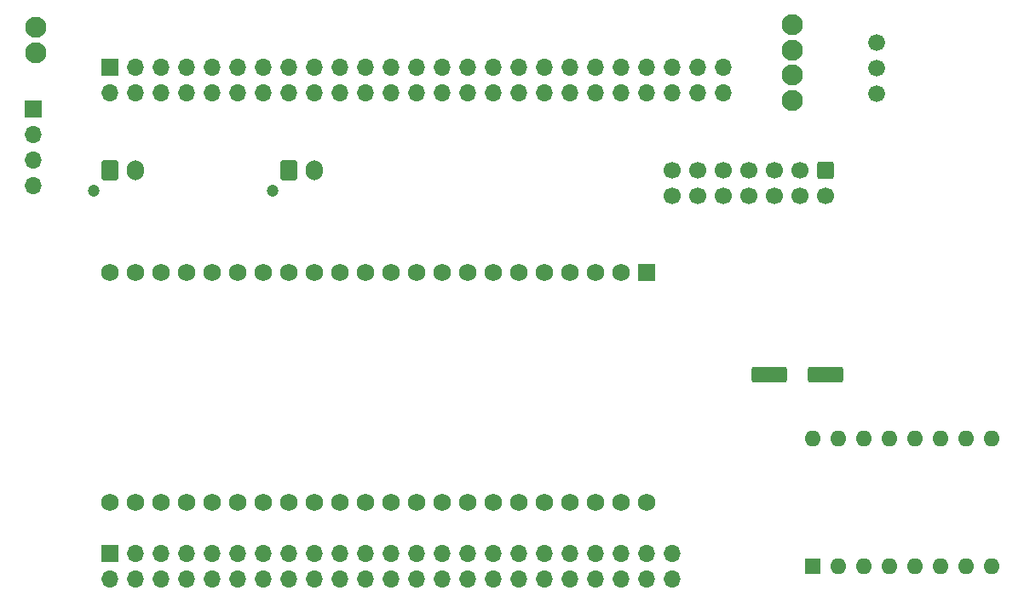
<source format=gbr>
%TF.GenerationSoftware,KiCad,Pcbnew,8.0.5*%
%TF.CreationDate,2024-10-09T10:19:28-04:00*%
%TF.ProjectId,Scout_Board,53636f75-745f-4426-9f61-72642e6b6963,rev?*%
%TF.SameCoordinates,Original*%
%TF.FileFunction,Soldermask,Top*%
%TF.FilePolarity,Negative*%
%FSLAX46Y46*%
G04 Gerber Fmt 4.6, Leading zero omitted, Abs format (unit mm)*
G04 Created by KiCad (PCBNEW 8.0.5) date 2024-10-09 10:19:28*
%MOMM*%
%LPD*%
G01*
G04 APERTURE LIST*
G04 Aperture macros list*
%AMRoundRect*
0 Rectangle with rounded corners*
0 $1 Rounding radius*
0 $2 $3 $4 $5 $6 $7 $8 $9 X,Y pos of 4 corners*
0 Add a 4 corners polygon primitive as box body*
4,1,4,$2,$3,$4,$5,$6,$7,$8,$9,$2,$3,0*
0 Add four circle primitives for the rounded corners*
1,1,$1+$1,$2,$3*
1,1,$1+$1,$4,$5*
1,1,$1+$1,$6,$7*
1,1,$1+$1,$8,$9*
0 Add four rect primitives between the rounded corners*
20,1,$1+$1,$2,$3,$4,$5,0*
20,1,$1+$1,$4,$5,$6,$7,0*
20,1,$1+$1,$6,$7,$8,$9,0*
20,1,$1+$1,$8,$9,$2,$3,0*%
G04 Aperture macros list end*
%ADD10R,1.700000X1.700000*%
%ADD11O,1.700000X1.700000*%
%ADD12RoundRect,0.250000X-0.600000X0.600000X-0.600000X-0.600000X0.600000X-0.600000X0.600000X0.600000X0*%
%ADD13C,1.700000*%
%ADD14R,1.600000X1.600000*%
%ADD15O,1.600000X1.600000*%
%ADD16C,2.100000*%
%ADD17C,1.676400*%
%ADD18C,1.200000*%
%ADD19RoundRect,0.250000X-0.600000X-0.750000X0.600000X-0.750000X0.600000X0.750000X-0.600000X0.750000X0*%
%ADD20O,1.700000X2.000000*%
%ADD21RoundRect,0.102000X-0.765000X0.765000X-0.765000X-0.765000X0.765000X-0.765000X0.765000X0.765000X0*%
%ADD22C,1.734000*%
%ADD23RoundRect,0.250000X-1.500000X-0.550000X1.500000X-0.550000X1.500000X0.550000X-1.500000X0.550000X0*%
G04 APERTURE END LIST*
D10*
%TO.C,J1*%
X170180000Y-138684000D03*
D11*
X170180000Y-141224000D03*
X170180000Y-143764000D03*
X170180000Y-146304000D03*
%TD*%
D12*
%TO.C,J2*%
X248920000Y-144780000D03*
D13*
X248920000Y-147320000D03*
X246380000Y-144780000D03*
X246380000Y-147320000D03*
X243840000Y-144780000D03*
X243840000Y-147320000D03*
X241300000Y-144780000D03*
X241300000Y-147320000D03*
X238760000Y-144780000D03*
X238760000Y-147320000D03*
X236220000Y-144780000D03*
X236220000Y-147320000D03*
X233680000Y-144780000D03*
X233680000Y-147320000D03*
%TD*%
D14*
%TO.C,U2*%
X247650000Y-184140000D03*
D15*
X250190000Y-184140000D03*
X252730000Y-184140000D03*
X255270000Y-184140000D03*
X257810000Y-184140000D03*
X260350000Y-184140000D03*
X262890000Y-184140000D03*
X265430000Y-184140000D03*
X265430000Y-171440000D03*
X262890000Y-171440000D03*
X260350000Y-171440000D03*
X257810000Y-171440000D03*
X255270000Y-171440000D03*
X252730000Y-171440000D03*
X250190000Y-171440000D03*
X247650000Y-171440000D03*
%TD*%
D16*
%TO.C,J7*%
X170434000Y-130556000D03*
X170434000Y-133056000D03*
%TD*%
D17*
%TO.C,J3*%
X254000000Y-132080000D03*
X254000000Y-134620000D03*
X254000000Y-137160000D03*
%TD*%
D10*
%TO.C,J11*%
X177800000Y-182880000D03*
D11*
X177800000Y-185420000D03*
X180340000Y-182880000D03*
X180340000Y-185420000D03*
X182880000Y-182880000D03*
X182880000Y-185420000D03*
X185420000Y-182880000D03*
X185420000Y-185420000D03*
X187960000Y-182880000D03*
X187960000Y-185420000D03*
X190500000Y-182880000D03*
X190500000Y-185420000D03*
X193040000Y-182880000D03*
X193040000Y-185420000D03*
X195580000Y-182880000D03*
X195580000Y-185420000D03*
X198120000Y-182880000D03*
X198120000Y-185420000D03*
X200660000Y-182880000D03*
X200660000Y-185420000D03*
X203200000Y-182880000D03*
X203200000Y-185420000D03*
X205740000Y-182880000D03*
X205740000Y-185420000D03*
X208280000Y-182880000D03*
X208280000Y-185420000D03*
X210820000Y-182880000D03*
X210820000Y-185420000D03*
X213360000Y-182880000D03*
X213360000Y-185420000D03*
X215900000Y-182880000D03*
X215900000Y-185420000D03*
X218440000Y-182880000D03*
X218440000Y-185420000D03*
X220980000Y-182880000D03*
X220980000Y-185420000D03*
X223520000Y-182880000D03*
X223520000Y-185420000D03*
X226060000Y-182880000D03*
X226060000Y-185420000D03*
X228600000Y-182880000D03*
X228600000Y-185420000D03*
X231140000Y-182880000D03*
X231140000Y-185420000D03*
X233680000Y-182880000D03*
X233680000Y-185420000D03*
%TD*%
D18*
%TO.C,Conn2*%
X176240000Y-146780000D03*
D19*
X177840000Y-144780000D03*
D20*
X180340000Y-144780000D03*
%TD*%
D16*
%TO.C,J8*%
X245618000Y-137802000D03*
X245618000Y-135302000D03*
X245618000Y-132802000D03*
X245618000Y-130302000D03*
%TD*%
D18*
%TO.C,Conn4*%
X194020000Y-146780000D03*
D19*
X195620000Y-144780000D03*
D20*
X198120000Y-144780000D03*
%TD*%
D21*
%TO.C,U1*%
X231140000Y-154940000D03*
D22*
X228600000Y-154940000D03*
X226060000Y-154940000D03*
X223520000Y-154940000D03*
X220980000Y-154940000D03*
X218440000Y-154940000D03*
X215900000Y-154940000D03*
X213360000Y-154940000D03*
X210820000Y-154940000D03*
X208280000Y-154940000D03*
X205740000Y-154940000D03*
X203200000Y-154940000D03*
X200660000Y-154940000D03*
X198120000Y-154940000D03*
X195580000Y-154940000D03*
X193040000Y-154940000D03*
X190500000Y-154940000D03*
X187960000Y-154940000D03*
X185420000Y-154940000D03*
X182880000Y-154940000D03*
X180340000Y-154940000D03*
X177800000Y-154940000D03*
X231140000Y-177800000D03*
X228600000Y-177800000D03*
X226060000Y-177800000D03*
X223520000Y-177800000D03*
X220980000Y-177800000D03*
X218440000Y-177800000D03*
X215900000Y-177800000D03*
X213360000Y-177800000D03*
X210820000Y-177800000D03*
X208280000Y-177800000D03*
X205740000Y-177800000D03*
X203200000Y-177800000D03*
X200660000Y-177800000D03*
X198120000Y-177800000D03*
X195580000Y-177800000D03*
X193040000Y-177800000D03*
X190500000Y-177800000D03*
X187960000Y-177800000D03*
X185420000Y-177800000D03*
X182880000Y-177800000D03*
X180340000Y-177800000D03*
X177800000Y-177800000D03*
%TD*%
D10*
%TO.C,J10*%
X177800000Y-134500000D03*
D11*
X177800000Y-137040000D03*
X180340000Y-134500000D03*
X180340000Y-137040000D03*
X182880000Y-134500000D03*
X182880000Y-137040000D03*
X185420000Y-134500000D03*
X185420000Y-137040000D03*
X187960000Y-134500000D03*
X187960000Y-137040000D03*
X190500000Y-134500000D03*
X190500000Y-137040000D03*
X193040000Y-134500000D03*
X193040000Y-137040000D03*
X195580000Y-134500000D03*
X195580000Y-137040000D03*
X198120000Y-134500000D03*
X198120000Y-137040000D03*
X200660000Y-134500000D03*
X200660000Y-137040000D03*
X203200000Y-134500000D03*
X203200000Y-137040000D03*
X205740000Y-134500000D03*
X205740000Y-137040000D03*
X208280000Y-134500000D03*
X208280000Y-137040000D03*
X210820000Y-134500000D03*
X210820000Y-137040000D03*
X213360000Y-134500000D03*
X213360000Y-137040000D03*
X215900000Y-134500000D03*
X215900000Y-137040000D03*
X218440000Y-134500000D03*
X218440000Y-137040000D03*
X220980000Y-134500000D03*
X220980000Y-137040000D03*
X223520000Y-134500000D03*
X223520000Y-137040000D03*
X226060000Y-134500000D03*
X226060000Y-137040000D03*
X228600000Y-134500000D03*
X228600000Y-137040000D03*
X231140000Y-134500000D03*
X231140000Y-137040000D03*
X233680000Y-134500000D03*
X233680000Y-137040000D03*
X236220000Y-134500000D03*
X236220000Y-137040000D03*
X238760000Y-134500000D03*
X238760000Y-137040000D03*
%TD*%
D23*
%TO.C,C1*%
X243320000Y-165100000D03*
X248920000Y-165100000D03*
%TD*%
M02*

</source>
